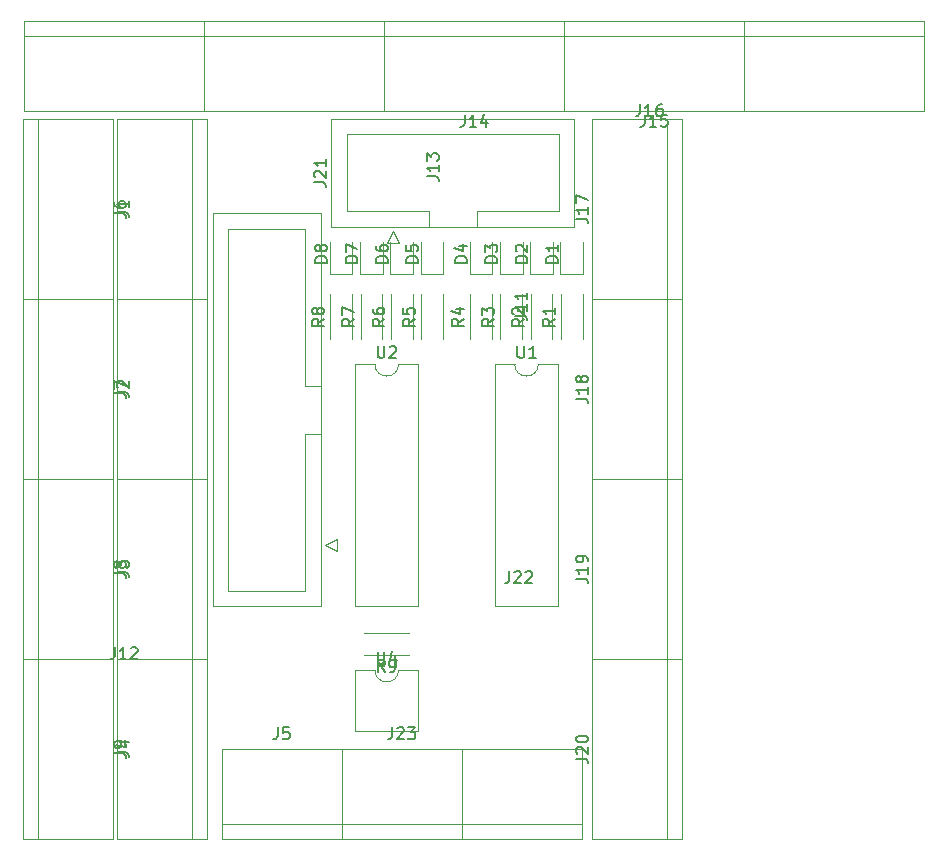
<source format=gbr>
%TF.GenerationSoftware,KiCad,Pcbnew,7.0.6-0*%
%TF.CreationDate,2023-07-29T14:48:15+08:00*%
%TF.ProjectId,Control Panel Motherboard,436f6e74-726f-46c2-9050-616e656c204d,0*%
%TF.SameCoordinates,Original*%
%TF.FileFunction,Legend,Top*%
%TF.FilePolarity,Positive*%
%FSLAX46Y46*%
G04 Gerber Fmt 4.6, Leading zero omitted, Abs format (unit mm)*
G04 Created by KiCad (PCBNEW 7.0.6-0) date 2023-07-29 14:48:15*
%MOMM*%
%LPD*%
G01*
G04 APERTURE LIST*
%ADD10C,0.150000*%
%ADD11C,0.120000*%
G04 APERTURE END LIST*
D10*
X31750095Y-54015819D02*
X31750095Y-54825342D01*
X31750095Y-54825342D02*
X31797714Y-54920580D01*
X31797714Y-54920580D02*
X31845333Y-54968200D01*
X31845333Y-54968200D02*
X31940571Y-55015819D01*
X31940571Y-55015819D02*
X32131047Y-55015819D01*
X32131047Y-55015819D02*
X32226285Y-54968200D01*
X32226285Y-54968200D02*
X32273904Y-54920580D01*
X32273904Y-54920580D02*
X32321523Y-54825342D01*
X32321523Y-54825342D02*
X32321523Y-54015819D01*
X33226285Y-54349152D02*
X33226285Y-55015819D01*
X32988190Y-53968200D02*
X32750095Y-54682485D01*
X32750095Y-54682485D02*
X33369142Y-54682485D01*
X32345333Y-55714819D02*
X32012000Y-55238628D01*
X31773905Y-55714819D02*
X31773905Y-54714819D01*
X31773905Y-54714819D02*
X32154857Y-54714819D01*
X32154857Y-54714819D02*
X32250095Y-54762438D01*
X32250095Y-54762438D02*
X32297714Y-54810057D01*
X32297714Y-54810057D02*
X32345333Y-54905295D01*
X32345333Y-54905295D02*
X32345333Y-55048152D01*
X32345333Y-55048152D02*
X32297714Y-55143390D01*
X32297714Y-55143390D02*
X32250095Y-55191009D01*
X32250095Y-55191009D02*
X32154857Y-55238628D01*
X32154857Y-55238628D02*
X31773905Y-55238628D01*
X32821524Y-55714819D02*
X33012000Y-55714819D01*
X33012000Y-55714819D02*
X33107238Y-55667200D01*
X33107238Y-55667200D02*
X33154857Y-55619580D01*
X33154857Y-55619580D02*
X33250095Y-55476723D01*
X33250095Y-55476723D02*
X33297714Y-55286247D01*
X33297714Y-55286247D02*
X33297714Y-54905295D01*
X33297714Y-54905295D02*
X33250095Y-54810057D01*
X33250095Y-54810057D02*
X33202476Y-54762438D01*
X33202476Y-54762438D02*
X33107238Y-54714819D01*
X33107238Y-54714819D02*
X32916762Y-54714819D01*
X32916762Y-54714819D02*
X32821524Y-54762438D01*
X32821524Y-54762438D02*
X32773905Y-54810057D01*
X32773905Y-54810057D02*
X32726286Y-54905295D01*
X32726286Y-54905295D02*
X32726286Y-55143390D01*
X32726286Y-55143390D02*
X32773905Y-55238628D01*
X32773905Y-55238628D02*
X32821524Y-55286247D01*
X32821524Y-55286247D02*
X32916762Y-55333866D01*
X32916762Y-55333866D02*
X33107238Y-55333866D01*
X33107238Y-55333866D02*
X33202476Y-55286247D01*
X33202476Y-55286247D02*
X33250095Y-55238628D01*
X33250095Y-55238628D02*
X33297714Y-55143390D01*
X32972476Y-60414819D02*
X32972476Y-61129104D01*
X32972476Y-61129104D02*
X32924857Y-61271961D01*
X32924857Y-61271961D02*
X32829619Y-61367200D01*
X32829619Y-61367200D02*
X32686762Y-61414819D01*
X32686762Y-61414819D02*
X32591524Y-61414819D01*
X33401048Y-60510057D02*
X33448667Y-60462438D01*
X33448667Y-60462438D02*
X33543905Y-60414819D01*
X33543905Y-60414819D02*
X33782000Y-60414819D01*
X33782000Y-60414819D02*
X33877238Y-60462438D01*
X33877238Y-60462438D02*
X33924857Y-60510057D01*
X33924857Y-60510057D02*
X33972476Y-60605295D01*
X33972476Y-60605295D02*
X33972476Y-60700533D01*
X33972476Y-60700533D02*
X33924857Y-60843390D01*
X33924857Y-60843390D02*
X33353429Y-61414819D01*
X33353429Y-61414819D02*
X33972476Y-61414819D01*
X34305810Y-60414819D02*
X34924857Y-60414819D01*
X34924857Y-60414819D02*
X34591524Y-60795771D01*
X34591524Y-60795771D02*
X34734381Y-60795771D01*
X34734381Y-60795771D02*
X34829619Y-60843390D01*
X34829619Y-60843390D02*
X34877238Y-60891009D01*
X34877238Y-60891009D02*
X34924857Y-60986247D01*
X34924857Y-60986247D02*
X34924857Y-61224342D01*
X34924857Y-61224342D02*
X34877238Y-61319580D01*
X34877238Y-61319580D02*
X34829619Y-61367200D01*
X34829619Y-61367200D02*
X34734381Y-61414819D01*
X34734381Y-61414819D02*
X34448667Y-61414819D01*
X34448667Y-61414819D02*
X34353429Y-61367200D01*
X34353429Y-61367200D02*
X34305810Y-61319580D01*
X23288666Y-60414819D02*
X23288666Y-61129104D01*
X23288666Y-61129104D02*
X23241047Y-61271961D01*
X23241047Y-61271961D02*
X23145809Y-61367200D01*
X23145809Y-61367200D02*
X23002952Y-61414819D01*
X23002952Y-61414819D02*
X22907714Y-61414819D01*
X24241047Y-60414819D02*
X23764857Y-60414819D01*
X23764857Y-60414819D02*
X23717238Y-60891009D01*
X23717238Y-60891009D02*
X23764857Y-60843390D01*
X23764857Y-60843390D02*
X23860095Y-60795771D01*
X23860095Y-60795771D02*
X24098190Y-60795771D01*
X24098190Y-60795771D02*
X24193428Y-60843390D01*
X24193428Y-60843390D02*
X24241047Y-60891009D01*
X24241047Y-60891009D02*
X24288666Y-60986247D01*
X24288666Y-60986247D02*
X24288666Y-61224342D01*
X24288666Y-61224342D02*
X24241047Y-61319580D01*
X24241047Y-61319580D02*
X24193428Y-61367200D01*
X24193428Y-61367200D02*
X24098190Y-61414819D01*
X24098190Y-61414819D02*
X23860095Y-61414819D01*
X23860095Y-61414819D02*
X23764857Y-61367200D01*
X23764857Y-61367200D02*
X23717238Y-61319580D01*
X53957476Y-7660819D02*
X53957476Y-8375104D01*
X53957476Y-8375104D02*
X53909857Y-8517961D01*
X53909857Y-8517961D02*
X53814619Y-8613200D01*
X53814619Y-8613200D02*
X53671762Y-8660819D01*
X53671762Y-8660819D02*
X53576524Y-8660819D01*
X54957476Y-8660819D02*
X54386048Y-8660819D01*
X54671762Y-8660819D02*
X54671762Y-7660819D01*
X54671762Y-7660819D02*
X54576524Y-7803676D01*
X54576524Y-7803676D02*
X54481286Y-7898914D01*
X54481286Y-7898914D02*
X54386048Y-7946533D01*
X55814619Y-7660819D02*
X55624143Y-7660819D01*
X55624143Y-7660819D02*
X55528905Y-7708438D01*
X55528905Y-7708438D02*
X55481286Y-7756057D01*
X55481286Y-7756057D02*
X55386048Y-7898914D01*
X55386048Y-7898914D02*
X55338429Y-8089390D01*
X55338429Y-8089390D02*
X55338429Y-8470342D01*
X55338429Y-8470342D02*
X55386048Y-8565580D01*
X55386048Y-8565580D02*
X55433667Y-8613200D01*
X55433667Y-8613200D02*
X55528905Y-8660819D01*
X55528905Y-8660819D02*
X55719381Y-8660819D01*
X55719381Y-8660819D02*
X55814619Y-8613200D01*
X55814619Y-8613200D02*
X55862238Y-8565580D01*
X55862238Y-8565580D02*
X55909857Y-8470342D01*
X55909857Y-8470342D02*
X55909857Y-8232247D01*
X55909857Y-8232247D02*
X55862238Y-8137009D01*
X55862238Y-8137009D02*
X55814619Y-8089390D01*
X55814619Y-8089390D02*
X55719381Y-8041771D01*
X55719381Y-8041771D02*
X55528905Y-8041771D01*
X55528905Y-8041771D02*
X55433667Y-8089390D01*
X55433667Y-8089390D02*
X55386048Y-8137009D01*
X55386048Y-8137009D02*
X55338429Y-8232247D01*
X27456819Y-21058094D02*
X26456819Y-21058094D01*
X26456819Y-21058094D02*
X26456819Y-20819999D01*
X26456819Y-20819999D02*
X26504438Y-20677142D01*
X26504438Y-20677142D02*
X26599676Y-20581904D01*
X26599676Y-20581904D02*
X26694914Y-20534285D01*
X26694914Y-20534285D02*
X26885390Y-20486666D01*
X26885390Y-20486666D02*
X27028247Y-20486666D01*
X27028247Y-20486666D02*
X27218723Y-20534285D01*
X27218723Y-20534285D02*
X27313961Y-20581904D01*
X27313961Y-20581904D02*
X27409200Y-20677142D01*
X27409200Y-20677142D02*
X27456819Y-20819999D01*
X27456819Y-20819999D02*
X27456819Y-21058094D01*
X26885390Y-19915237D02*
X26837771Y-20010475D01*
X26837771Y-20010475D02*
X26790152Y-20058094D01*
X26790152Y-20058094D02*
X26694914Y-20105713D01*
X26694914Y-20105713D02*
X26647295Y-20105713D01*
X26647295Y-20105713D02*
X26552057Y-20058094D01*
X26552057Y-20058094D02*
X26504438Y-20010475D01*
X26504438Y-20010475D02*
X26456819Y-19915237D01*
X26456819Y-19915237D02*
X26456819Y-19724761D01*
X26456819Y-19724761D02*
X26504438Y-19629523D01*
X26504438Y-19629523D02*
X26552057Y-19581904D01*
X26552057Y-19581904D02*
X26647295Y-19534285D01*
X26647295Y-19534285D02*
X26694914Y-19534285D01*
X26694914Y-19534285D02*
X26790152Y-19581904D01*
X26790152Y-19581904D02*
X26837771Y-19629523D01*
X26837771Y-19629523D02*
X26885390Y-19724761D01*
X26885390Y-19724761D02*
X26885390Y-19915237D01*
X26885390Y-19915237D02*
X26933009Y-20010475D01*
X26933009Y-20010475D02*
X26980628Y-20058094D01*
X26980628Y-20058094D02*
X27075866Y-20105713D01*
X27075866Y-20105713D02*
X27266342Y-20105713D01*
X27266342Y-20105713D02*
X27361580Y-20058094D01*
X27361580Y-20058094D02*
X27409200Y-20010475D01*
X27409200Y-20010475D02*
X27456819Y-19915237D01*
X27456819Y-19915237D02*
X27456819Y-19724761D01*
X27456819Y-19724761D02*
X27409200Y-19629523D01*
X27409200Y-19629523D02*
X27361580Y-19581904D01*
X27361580Y-19581904D02*
X27266342Y-19534285D01*
X27266342Y-19534285D02*
X27075866Y-19534285D01*
X27075866Y-19534285D02*
X26980628Y-19581904D01*
X26980628Y-19581904D02*
X26933009Y-19629523D01*
X26933009Y-19629523D02*
X26885390Y-19724761D01*
X27186819Y-25820666D02*
X26710628Y-26153999D01*
X27186819Y-26392094D02*
X26186819Y-26392094D01*
X26186819Y-26392094D02*
X26186819Y-26011142D01*
X26186819Y-26011142D02*
X26234438Y-25915904D01*
X26234438Y-25915904D02*
X26282057Y-25868285D01*
X26282057Y-25868285D02*
X26377295Y-25820666D01*
X26377295Y-25820666D02*
X26520152Y-25820666D01*
X26520152Y-25820666D02*
X26615390Y-25868285D01*
X26615390Y-25868285D02*
X26663009Y-25915904D01*
X26663009Y-25915904D02*
X26710628Y-26011142D01*
X26710628Y-26011142D02*
X26710628Y-26392094D01*
X26615390Y-25249237D02*
X26567771Y-25344475D01*
X26567771Y-25344475D02*
X26520152Y-25392094D01*
X26520152Y-25392094D02*
X26424914Y-25439713D01*
X26424914Y-25439713D02*
X26377295Y-25439713D01*
X26377295Y-25439713D02*
X26282057Y-25392094D01*
X26282057Y-25392094D02*
X26234438Y-25344475D01*
X26234438Y-25344475D02*
X26186819Y-25249237D01*
X26186819Y-25249237D02*
X26186819Y-25058761D01*
X26186819Y-25058761D02*
X26234438Y-24963523D01*
X26234438Y-24963523D02*
X26282057Y-24915904D01*
X26282057Y-24915904D02*
X26377295Y-24868285D01*
X26377295Y-24868285D02*
X26424914Y-24868285D01*
X26424914Y-24868285D02*
X26520152Y-24915904D01*
X26520152Y-24915904D02*
X26567771Y-24963523D01*
X26567771Y-24963523D02*
X26615390Y-25058761D01*
X26615390Y-25058761D02*
X26615390Y-25249237D01*
X26615390Y-25249237D02*
X26663009Y-25344475D01*
X26663009Y-25344475D02*
X26710628Y-25392094D01*
X26710628Y-25392094D02*
X26805866Y-25439713D01*
X26805866Y-25439713D02*
X26996342Y-25439713D01*
X26996342Y-25439713D02*
X27091580Y-25392094D01*
X27091580Y-25392094D02*
X27139200Y-25344475D01*
X27139200Y-25344475D02*
X27186819Y-25249237D01*
X27186819Y-25249237D02*
X27186819Y-25058761D01*
X27186819Y-25058761D02*
X27139200Y-24963523D01*
X27139200Y-24963523D02*
X27091580Y-24915904D01*
X27091580Y-24915904D02*
X26996342Y-24868285D01*
X26996342Y-24868285D02*
X26805866Y-24868285D01*
X26805866Y-24868285D02*
X26710628Y-24915904D01*
X26710628Y-24915904D02*
X26663009Y-24963523D01*
X26663009Y-24963523D02*
X26615390Y-25058761D01*
X26374819Y-14271523D02*
X27089104Y-14271523D01*
X27089104Y-14271523D02*
X27231961Y-14319142D01*
X27231961Y-14319142D02*
X27327200Y-14414380D01*
X27327200Y-14414380D02*
X27374819Y-14557237D01*
X27374819Y-14557237D02*
X27374819Y-14652475D01*
X26470057Y-13842951D02*
X26422438Y-13795332D01*
X26422438Y-13795332D02*
X26374819Y-13700094D01*
X26374819Y-13700094D02*
X26374819Y-13461999D01*
X26374819Y-13461999D02*
X26422438Y-13366761D01*
X26422438Y-13366761D02*
X26470057Y-13319142D01*
X26470057Y-13319142D02*
X26565295Y-13271523D01*
X26565295Y-13271523D02*
X26660533Y-13271523D01*
X26660533Y-13271523D02*
X26803390Y-13319142D01*
X26803390Y-13319142D02*
X27374819Y-13890570D01*
X27374819Y-13890570D02*
X27374819Y-13271523D01*
X27374819Y-12319142D02*
X27374819Y-12890570D01*
X27374819Y-12604856D02*
X26374819Y-12604856D01*
X26374819Y-12604856D02*
X26517676Y-12700094D01*
X26517676Y-12700094D02*
X26612914Y-12795332D01*
X26612914Y-12795332D02*
X26660533Y-12890570D01*
X35156819Y-21058094D02*
X34156819Y-21058094D01*
X34156819Y-21058094D02*
X34156819Y-20819999D01*
X34156819Y-20819999D02*
X34204438Y-20677142D01*
X34204438Y-20677142D02*
X34299676Y-20581904D01*
X34299676Y-20581904D02*
X34394914Y-20534285D01*
X34394914Y-20534285D02*
X34585390Y-20486666D01*
X34585390Y-20486666D02*
X34728247Y-20486666D01*
X34728247Y-20486666D02*
X34918723Y-20534285D01*
X34918723Y-20534285D02*
X35013961Y-20581904D01*
X35013961Y-20581904D02*
X35109200Y-20677142D01*
X35109200Y-20677142D02*
X35156819Y-20819999D01*
X35156819Y-20819999D02*
X35156819Y-21058094D01*
X34156819Y-19581904D02*
X34156819Y-20058094D01*
X34156819Y-20058094D02*
X34633009Y-20105713D01*
X34633009Y-20105713D02*
X34585390Y-20058094D01*
X34585390Y-20058094D02*
X34537771Y-19962856D01*
X34537771Y-19962856D02*
X34537771Y-19724761D01*
X34537771Y-19724761D02*
X34585390Y-19629523D01*
X34585390Y-19629523D02*
X34633009Y-19581904D01*
X34633009Y-19581904D02*
X34728247Y-19534285D01*
X34728247Y-19534285D02*
X34966342Y-19534285D01*
X34966342Y-19534285D02*
X35061580Y-19581904D01*
X35061580Y-19581904D02*
X35109200Y-19629523D01*
X35109200Y-19629523D02*
X35156819Y-19724761D01*
X35156819Y-19724761D02*
X35156819Y-19962856D01*
X35156819Y-19962856D02*
X35109200Y-20058094D01*
X35109200Y-20058094D02*
X35061580Y-20105713D01*
X39288819Y-21058094D02*
X38288819Y-21058094D01*
X38288819Y-21058094D02*
X38288819Y-20819999D01*
X38288819Y-20819999D02*
X38336438Y-20677142D01*
X38336438Y-20677142D02*
X38431676Y-20581904D01*
X38431676Y-20581904D02*
X38526914Y-20534285D01*
X38526914Y-20534285D02*
X38717390Y-20486666D01*
X38717390Y-20486666D02*
X38860247Y-20486666D01*
X38860247Y-20486666D02*
X39050723Y-20534285D01*
X39050723Y-20534285D02*
X39145961Y-20581904D01*
X39145961Y-20581904D02*
X39241200Y-20677142D01*
X39241200Y-20677142D02*
X39288819Y-20819999D01*
X39288819Y-20819999D02*
X39288819Y-21058094D01*
X38622152Y-19629523D02*
X39288819Y-19629523D01*
X38241200Y-19867618D02*
X38955485Y-20105713D01*
X38955485Y-20105713D02*
X38955485Y-19486666D01*
X9653677Y-32052567D02*
X10367962Y-32052567D01*
X10367962Y-32052567D02*
X10510819Y-32100186D01*
X10510819Y-32100186D02*
X10606058Y-32195424D01*
X10606058Y-32195424D02*
X10653677Y-32338281D01*
X10653677Y-32338281D02*
X10653677Y-32433519D01*
X9748915Y-31623995D02*
X9701296Y-31576376D01*
X9701296Y-31576376D02*
X9653677Y-31481138D01*
X9653677Y-31481138D02*
X9653677Y-31243043D01*
X9653677Y-31243043D02*
X9701296Y-31147805D01*
X9701296Y-31147805D02*
X9748915Y-31100186D01*
X9748915Y-31100186D02*
X9844153Y-31052567D01*
X9844153Y-31052567D02*
X9939391Y-31052567D01*
X9939391Y-31052567D02*
X10082248Y-31100186D01*
X10082248Y-31100186D02*
X10653677Y-31671614D01*
X10653677Y-31671614D02*
X10653677Y-31052567D01*
X9409819Y-47353333D02*
X10124104Y-47353333D01*
X10124104Y-47353333D02*
X10266961Y-47400952D01*
X10266961Y-47400952D02*
X10362200Y-47496190D01*
X10362200Y-47496190D02*
X10409819Y-47639047D01*
X10409819Y-47639047D02*
X10409819Y-47734285D01*
X9838390Y-46734285D02*
X9790771Y-46829523D01*
X9790771Y-46829523D02*
X9743152Y-46877142D01*
X9743152Y-46877142D02*
X9647914Y-46924761D01*
X9647914Y-46924761D02*
X9600295Y-46924761D01*
X9600295Y-46924761D02*
X9505057Y-46877142D01*
X9505057Y-46877142D02*
X9457438Y-46829523D01*
X9457438Y-46829523D02*
X9409819Y-46734285D01*
X9409819Y-46734285D02*
X9409819Y-46543809D01*
X9409819Y-46543809D02*
X9457438Y-46448571D01*
X9457438Y-46448571D02*
X9505057Y-46400952D01*
X9505057Y-46400952D02*
X9600295Y-46353333D01*
X9600295Y-46353333D02*
X9647914Y-46353333D01*
X9647914Y-46353333D02*
X9743152Y-46400952D01*
X9743152Y-46400952D02*
X9790771Y-46448571D01*
X9790771Y-46448571D02*
X9838390Y-46543809D01*
X9838390Y-46543809D02*
X9838390Y-46734285D01*
X9838390Y-46734285D02*
X9886009Y-46829523D01*
X9886009Y-46829523D02*
X9933628Y-46877142D01*
X9933628Y-46877142D02*
X10028866Y-46924761D01*
X10028866Y-46924761D02*
X10219342Y-46924761D01*
X10219342Y-46924761D02*
X10314580Y-46877142D01*
X10314580Y-46877142D02*
X10362200Y-46829523D01*
X10362200Y-46829523D02*
X10409819Y-46734285D01*
X10409819Y-46734285D02*
X10409819Y-46543809D01*
X10409819Y-46543809D02*
X10362200Y-46448571D01*
X10362200Y-46448571D02*
X10314580Y-46400952D01*
X10314580Y-46400952D02*
X10219342Y-46353333D01*
X10219342Y-46353333D02*
X10028866Y-46353333D01*
X10028866Y-46353333D02*
X9933628Y-46400952D01*
X9933628Y-46400952D02*
X9886009Y-46448571D01*
X9886009Y-46448571D02*
X9838390Y-46543809D01*
X44152151Y-25820666D02*
X43675960Y-26153999D01*
X44152151Y-26392094D02*
X43152151Y-26392094D01*
X43152151Y-26392094D02*
X43152151Y-26011142D01*
X43152151Y-26011142D02*
X43199770Y-25915904D01*
X43199770Y-25915904D02*
X43247389Y-25868285D01*
X43247389Y-25868285D02*
X43342627Y-25820666D01*
X43342627Y-25820666D02*
X43485484Y-25820666D01*
X43485484Y-25820666D02*
X43580722Y-25868285D01*
X43580722Y-25868285D02*
X43628341Y-25915904D01*
X43628341Y-25915904D02*
X43675960Y-26011142D01*
X43675960Y-26011142D02*
X43675960Y-26392094D01*
X43247389Y-25439713D02*
X43199770Y-25392094D01*
X43199770Y-25392094D02*
X43152151Y-25296856D01*
X43152151Y-25296856D02*
X43152151Y-25058761D01*
X43152151Y-25058761D02*
X43199770Y-24963523D01*
X43199770Y-24963523D02*
X43247389Y-24915904D01*
X43247389Y-24915904D02*
X43342627Y-24868285D01*
X43342627Y-24868285D02*
X43437865Y-24868285D01*
X43437865Y-24868285D02*
X43580722Y-24915904D01*
X43580722Y-24915904D02*
X44152151Y-25487332D01*
X44152151Y-25487332D02*
X44152151Y-24868285D01*
X46988819Y-21058094D02*
X45988819Y-21058094D01*
X45988819Y-21058094D02*
X45988819Y-20819999D01*
X45988819Y-20819999D02*
X46036438Y-20677142D01*
X46036438Y-20677142D02*
X46131676Y-20581904D01*
X46131676Y-20581904D02*
X46226914Y-20534285D01*
X46226914Y-20534285D02*
X46417390Y-20486666D01*
X46417390Y-20486666D02*
X46560247Y-20486666D01*
X46560247Y-20486666D02*
X46750723Y-20534285D01*
X46750723Y-20534285D02*
X46845961Y-20581904D01*
X46845961Y-20581904D02*
X46941200Y-20677142D01*
X46941200Y-20677142D02*
X46988819Y-20819999D01*
X46988819Y-20819999D02*
X46988819Y-21058094D01*
X46988819Y-19534285D02*
X46988819Y-20105713D01*
X46988819Y-19819999D02*
X45988819Y-19819999D01*
X45988819Y-19819999D02*
X46131676Y-19915237D01*
X46131676Y-19915237D02*
X46226914Y-20010475D01*
X46226914Y-20010475D02*
X46274533Y-20105713D01*
X43582095Y-28127819D02*
X43582095Y-28937342D01*
X43582095Y-28937342D02*
X43629714Y-29032580D01*
X43629714Y-29032580D02*
X43677333Y-29080200D01*
X43677333Y-29080200D02*
X43772571Y-29127819D01*
X43772571Y-29127819D02*
X43963047Y-29127819D01*
X43963047Y-29127819D02*
X44058285Y-29080200D01*
X44058285Y-29080200D02*
X44105904Y-29032580D01*
X44105904Y-29032580D02*
X44153523Y-28937342D01*
X44153523Y-28937342D02*
X44153523Y-28127819D01*
X45153523Y-29127819D02*
X44582095Y-29127819D01*
X44867809Y-29127819D02*
X44867809Y-28127819D01*
X44867809Y-28127819D02*
X44772571Y-28270676D01*
X44772571Y-28270676D02*
X44677333Y-28365914D01*
X44677333Y-28365914D02*
X44582095Y-28413533D01*
X44422151Y-21058094D02*
X43422151Y-21058094D01*
X43422151Y-21058094D02*
X43422151Y-20819999D01*
X43422151Y-20819999D02*
X43469770Y-20677142D01*
X43469770Y-20677142D02*
X43565008Y-20581904D01*
X43565008Y-20581904D02*
X43660246Y-20534285D01*
X43660246Y-20534285D02*
X43850722Y-20486666D01*
X43850722Y-20486666D02*
X43993579Y-20486666D01*
X43993579Y-20486666D02*
X44184055Y-20534285D01*
X44184055Y-20534285D02*
X44279293Y-20581904D01*
X44279293Y-20581904D02*
X44374532Y-20677142D01*
X44374532Y-20677142D02*
X44422151Y-20819999D01*
X44422151Y-20819999D02*
X44422151Y-21058094D01*
X43517389Y-20105713D02*
X43469770Y-20058094D01*
X43469770Y-20058094D02*
X43422151Y-19962856D01*
X43422151Y-19962856D02*
X43422151Y-19724761D01*
X43422151Y-19724761D02*
X43469770Y-19629523D01*
X43469770Y-19629523D02*
X43517389Y-19581904D01*
X43517389Y-19581904D02*
X43612627Y-19534285D01*
X43612627Y-19534285D02*
X43707865Y-19534285D01*
X43707865Y-19534285D02*
X43850722Y-19581904D01*
X43850722Y-19581904D02*
X44422151Y-20153332D01*
X44422151Y-20153332D02*
X44422151Y-19534285D01*
X43347819Y-25554023D02*
X44062104Y-25554023D01*
X44062104Y-25554023D02*
X44204961Y-25601642D01*
X44204961Y-25601642D02*
X44300200Y-25696880D01*
X44300200Y-25696880D02*
X44347819Y-25839737D01*
X44347819Y-25839737D02*
X44347819Y-25934975D01*
X44347819Y-24554023D02*
X44347819Y-25125451D01*
X44347819Y-24839737D02*
X43347819Y-24839737D01*
X43347819Y-24839737D02*
X43490676Y-24934975D01*
X43490676Y-24934975D02*
X43585914Y-25030213D01*
X43585914Y-25030213D02*
X43633533Y-25125451D01*
X44347819Y-23601642D02*
X44347819Y-24173070D01*
X44347819Y-23887356D02*
X43347819Y-23887356D01*
X43347819Y-23887356D02*
X43490676Y-23982594D01*
X43490676Y-23982594D02*
X43585914Y-24077832D01*
X43585914Y-24077832D02*
X43633533Y-24173070D01*
X9409819Y-62593333D02*
X10124104Y-62593333D01*
X10124104Y-62593333D02*
X10266961Y-62640952D01*
X10266961Y-62640952D02*
X10362200Y-62736190D01*
X10362200Y-62736190D02*
X10409819Y-62879047D01*
X10409819Y-62879047D02*
X10409819Y-62974285D01*
X10409819Y-62069523D02*
X10409819Y-61879047D01*
X10409819Y-61879047D02*
X10362200Y-61783809D01*
X10362200Y-61783809D02*
X10314580Y-61736190D01*
X10314580Y-61736190D02*
X10171723Y-61640952D01*
X10171723Y-61640952D02*
X9981247Y-61593333D01*
X9981247Y-61593333D02*
X9600295Y-61593333D01*
X9600295Y-61593333D02*
X9505057Y-61640952D01*
X9505057Y-61640952D02*
X9457438Y-61688571D01*
X9457438Y-61688571D02*
X9409819Y-61783809D01*
X9409819Y-61783809D02*
X9409819Y-61974285D01*
X9409819Y-61974285D02*
X9457438Y-62069523D01*
X9457438Y-62069523D02*
X9505057Y-62117142D01*
X9505057Y-62117142D02*
X9600295Y-62164761D01*
X9600295Y-62164761D02*
X9838390Y-62164761D01*
X9838390Y-62164761D02*
X9933628Y-62117142D01*
X9933628Y-62117142D02*
X9981247Y-62069523D01*
X9981247Y-62069523D02*
X10028866Y-61974285D01*
X10028866Y-61974285D02*
X10028866Y-61783809D01*
X10028866Y-61783809D02*
X9981247Y-61688571D01*
X9981247Y-61688571D02*
X9933628Y-61640952D01*
X9933628Y-61640952D02*
X9838390Y-61593333D01*
X9409819Y-32113333D02*
X10124104Y-32113333D01*
X10124104Y-32113333D02*
X10266961Y-32160952D01*
X10266961Y-32160952D02*
X10362200Y-32256190D01*
X10362200Y-32256190D02*
X10409819Y-32399047D01*
X10409819Y-32399047D02*
X10409819Y-32494285D01*
X9409819Y-31732380D02*
X9409819Y-31065714D01*
X9409819Y-31065714D02*
X10409819Y-31494285D01*
X9653677Y-16812567D02*
X10367962Y-16812567D01*
X10367962Y-16812567D02*
X10510819Y-16860186D01*
X10510819Y-16860186D02*
X10606058Y-16955424D01*
X10606058Y-16955424D02*
X10653677Y-17098281D01*
X10653677Y-17098281D02*
X10653677Y-17193519D01*
X10653677Y-15812567D02*
X10653677Y-16383995D01*
X10653677Y-16098281D02*
X9653677Y-16098281D01*
X9653677Y-16098281D02*
X9796534Y-16193519D01*
X9796534Y-16193519D02*
X9891772Y-16288757D01*
X9891772Y-16288757D02*
X9939391Y-16383995D01*
X9653677Y-62532567D02*
X10367962Y-62532567D01*
X10367962Y-62532567D02*
X10510819Y-62580186D01*
X10510819Y-62580186D02*
X10606058Y-62675424D01*
X10606058Y-62675424D02*
X10653677Y-62818281D01*
X10653677Y-62818281D02*
X10653677Y-62913519D01*
X9987010Y-61627805D02*
X10653677Y-61627805D01*
X9606058Y-61865900D02*
X10320343Y-62103995D01*
X10320343Y-62103995D02*
X10320343Y-61484948D01*
X39018819Y-25820666D02*
X38542628Y-26153999D01*
X39018819Y-26392094D02*
X38018819Y-26392094D01*
X38018819Y-26392094D02*
X38018819Y-26011142D01*
X38018819Y-26011142D02*
X38066438Y-25915904D01*
X38066438Y-25915904D02*
X38114057Y-25868285D01*
X38114057Y-25868285D02*
X38209295Y-25820666D01*
X38209295Y-25820666D02*
X38352152Y-25820666D01*
X38352152Y-25820666D02*
X38447390Y-25868285D01*
X38447390Y-25868285D02*
X38495009Y-25915904D01*
X38495009Y-25915904D02*
X38542628Y-26011142D01*
X38542628Y-26011142D02*
X38542628Y-26392094D01*
X38352152Y-24963523D02*
X39018819Y-24963523D01*
X37971200Y-25201618D02*
X38685485Y-25439713D01*
X38685485Y-25439713D02*
X38685485Y-24820666D01*
X9468334Y-53634053D02*
X9468334Y-54348338D01*
X9468334Y-54348338D02*
X9420715Y-54491195D01*
X9420715Y-54491195D02*
X9325477Y-54586434D01*
X9325477Y-54586434D02*
X9182620Y-54634053D01*
X9182620Y-54634053D02*
X9087382Y-54634053D01*
X10468334Y-54634053D02*
X9896906Y-54634053D01*
X10182620Y-54634053D02*
X10182620Y-53634053D01*
X10182620Y-53634053D02*
X10087382Y-53776910D01*
X10087382Y-53776910D02*
X9992144Y-53872148D01*
X9992144Y-53872148D02*
X9896906Y-53919767D01*
X10849287Y-53729291D02*
X10896906Y-53681672D01*
X10896906Y-53681672D02*
X10992144Y-53634053D01*
X10992144Y-53634053D02*
X11230239Y-53634053D01*
X11230239Y-53634053D02*
X11325477Y-53681672D01*
X11325477Y-53681672D02*
X11373096Y-53729291D01*
X11373096Y-53729291D02*
X11420715Y-53824529D01*
X11420715Y-53824529D02*
X11420715Y-53919767D01*
X11420715Y-53919767D02*
X11373096Y-54062624D01*
X11373096Y-54062624D02*
X10801668Y-54634053D01*
X10801668Y-54634053D02*
X11420715Y-54634053D01*
X54338476Y-8549819D02*
X54338476Y-9264104D01*
X54338476Y-9264104D02*
X54290857Y-9406961D01*
X54290857Y-9406961D02*
X54195619Y-9502200D01*
X54195619Y-9502200D02*
X54052762Y-9549819D01*
X54052762Y-9549819D02*
X53957524Y-9549819D01*
X55338476Y-9549819D02*
X54767048Y-9549819D01*
X55052762Y-9549819D02*
X55052762Y-8549819D01*
X55052762Y-8549819D02*
X54957524Y-8692676D01*
X54957524Y-8692676D02*
X54862286Y-8787914D01*
X54862286Y-8787914D02*
X54767048Y-8835533D01*
X56243238Y-8549819D02*
X55767048Y-8549819D01*
X55767048Y-8549819D02*
X55719429Y-9026009D01*
X55719429Y-9026009D02*
X55767048Y-8978390D01*
X55767048Y-8978390D02*
X55862286Y-8930771D01*
X55862286Y-8930771D02*
X56100381Y-8930771D01*
X56100381Y-8930771D02*
X56195619Y-8978390D01*
X56195619Y-8978390D02*
X56243238Y-9026009D01*
X56243238Y-9026009D02*
X56290857Y-9121247D01*
X56290857Y-9121247D02*
X56290857Y-9359342D01*
X56290857Y-9359342D02*
X56243238Y-9454580D01*
X56243238Y-9454580D02*
X56195619Y-9502200D01*
X56195619Y-9502200D02*
X56100381Y-9549819D01*
X56100381Y-9549819D02*
X55862286Y-9549819D01*
X55862286Y-9549819D02*
X55767048Y-9502200D01*
X55767048Y-9502200D02*
X55719429Y-9454580D01*
X32320151Y-25820666D02*
X31843960Y-26153999D01*
X32320151Y-26392094D02*
X31320151Y-26392094D01*
X31320151Y-26392094D02*
X31320151Y-26011142D01*
X31320151Y-26011142D02*
X31367770Y-25915904D01*
X31367770Y-25915904D02*
X31415389Y-25868285D01*
X31415389Y-25868285D02*
X31510627Y-25820666D01*
X31510627Y-25820666D02*
X31653484Y-25820666D01*
X31653484Y-25820666D02*
X31748722Y-25868285D01*
X31748722Y-25868285D02*
X31796341Y-25915904D01*
X31796341Y-25915904D02*
X31843960Y-26011142D01*
X31843960Y-26011142D02*
X31843960Y-26392094D01*
X31320151Y-24963523D02*
X31320151Y-25153999D01*
X31320151Y-25153999D02*
X31367770Y-25249237D01*
X31367770Y-25249237D02*
X31415389Y-25296856D01*
X31415389Y-25296856D02*
X31558246Y-25392094D01*
X31558246Y-25392094D02*
X31748722Y-25439713D01*
X31748722Y-25439713D02*
X32129674Y-25439713D01*
X32129674Y-25439713D02*
X32224912Y-25392094D01*
X32224912Y-25392094D02*
X32272532Y-25344475D01*
X32272532Y-25344475D02*
X32320151Y-25249237D01*
X32320151Y-25249237D02*
X32320151Y-25058761D01*
X32320151Y-25058761D02*
X32272532Y-24963523D01*
X32272532Y-24963523D02*
X32224912Y-24915904D01*
X32224912Y-24915904D02*
X32129674Y-24868285D01*
X32129674Y-24868285D02*
X31891579Y-24868285D01*
X31891579Y-24868285D02*
X31796341Y-24915904D01*
X31796341Y-24915904D02*
X31748722Y-24963523D01*
X31748722Y-24963523D02*
X31701103Y-25058761D01*
X31701103Y-25058761D02*
X31701103Y-25249237D01*
X31701103Y-25249237D02*
X31748722Y-25344475D01*
X31748722Y-25344475D02*
X31796341Y-25392094D01*
X31796341Y-25392094D02*
X31891579Y-25439713D01*
X48536819Y-17349523D02*
X49251104Y-17349523D01*
X49251104Y-17349523D02*
X49393961Y-17397142D01*
X49393961Y-17397142D02*
X49489200Y-17492380D01*
X49489200Y-17492380D02*
X49536819Y-17635237D01*
X49536819Y-17635237D02*
X49536819Y-17730475D01*
X49536819Y-16349523D02*
X49536819Y-16920951D01*
X49536819Y-16635237D02*
X48536819Y-16635237D01*
X48536819Y-16635237D02*
X48679676Y-16730475D01*
X48679676Y-16730475D02*
X48774914Y-16825713D01*
X48774914Y-16825713D02*
X48822533Y-16920951D01*
X48536819Y-16016189D02*
X48536819Y-15349523D01*
X48536819Y-15349523D02*
X49536819Y-15778094D01*
X42878476Y-47206819D02*
X42878476Y-47921104D01*
X42878476Y-47921104D02*
X42830857Y-48063961D01*
X42830857Y-48063961D02*
X42735619Y-48159200D01*
X42735619Y-48159200D02*
X42592762Y-48206819D01*
X42592762Y-48206819D02*
X42497524Y-48206819D01*
X43307048Y-47302057D02*
X43354667Y-47254438D01*
X43354667Y-47254438D02*
X43449905Y-47206819D01*
X43449905Y-47206819D02*
X43688000Y-47206819D01*
X43688000Y-47206819D02*
X43783238Y-47254438D01*
X43783238Y-47254438D02*
X43830857Y-47302057D01*
X43830857Y-47302057D02*
X43878476Y-47397295D01*
X43878476Y-47397295D02*
X43878476Y-47492533D01*
X43878476Y-47492533D02*
X43830857Y-47635390D01*
X43830857Y-47635390D02*
X43259429Y-48206819D01*
X43259429Y-48206819D02*
X43878476Y-48206819D01*
X44259429Y-47302057D02*
X44307048Y-47254438D01*
X44307048Y-47254438D02*
X44402286Y-47206819D01*
X44402286Y-47206819D02*
X44640381Y-47206819D01*
X44640381Y-47206819D02*
X44735619Y-47254438D01*
X44735619Y-47254438D02*
X44783238Y-47302057D01*
X44783238Y-47302057D02*
X44830857Y-47397295D01*
X44830857Y-47397295D02*
X44830857Y-47492533D01*
X44830857Y-47492533D02*
X44783238Y-47635390D01*
X44783238Y-47635390D02*
X44211810Y-48206819D01*
X44211810Y-48206819D02*
X44830857Y-48206819D01*
X35903819Y-13763523D02*
X36618104Y-13763523D01*
X36618104Y-13763523D02*
X36760961Y-13811142D01*
X36760961Y-13811142D02*
X36856200Y-13906380D01*
X36856200Y-13906380D02*
X36903819Y-14049237D01*
X36903819Y-14049237D02*
X36903819Y-14144475D01*
X36903819Y-12763523D02*
X36903819Y-13334951D01*
X36903819Y-13049237D02*
X35903819Y-13049237D01*
X35903819Y-13049237D02*
X36046676Y-13144475D01*
X36046676Y-13144475D02*
X36141914Y-13239713D01*
X36141914Y-13239713D02*
X36189533Y-13334951D01*
X35903819Y-12430189D02*
X35903819Y-11811142D01*
X35903819Y-11811142D02*
X36284771Y-12144475D01*
X36284771Y-12144475D02*
X36284771Y-12001618D01*
X36284771Y-12001618D02*
X36332390Y-11906380D01*
X36332390Y-11906380D02*
X36380009Y-11858761D01*
X36380009Y-11858761D02*
X36475247Y-11811142D01*
X36475247Y-11811142D02*
X36713342Y-11811142D01*
X36713342Y-11811142D02*
X36808580Y-11858761D01*
X36808580Y-11858761D02*
X36856200Y-11906380D01*
X36856200Y-11906380D02*
X36903819Y-12001618D01*
X36903819Y-12001618D02*
X36903819Y-12287332D01*
X36903819Y-12287332D02*
X36856200Y-12382570D01*
X36856200Y-12382570D02*
X36808580Y-12430189D01*
X34886819Y-25820666D02*
X34410628Y-26153999D01*
X34886819Y-26392094D02*
X33886819Y-26392094D01*
X33886819Y-26392094D02*
X33886819Y-26011142D01*
X33886819Y-26011142D02*
X33934438Y-25915904D01*
X33934438Y-25915904D02*
X33982057Y-25868285D01*
X33982057Y-25868285D02*
X34077295Y-25820666D01*
X34077295Y-25820666D02*
X34220152Y-25820666D01*
X34220152Y-25820666D02*
X34315390Y-25868285D01*
X34315390Y-25868285D02*
X34363009Y-25915904D01*
X34363009Y-25915904D02*
X34410628Y-26011142D01*
X34410628Y-26011142D02*
X34410628Y-26392094D01*
X33886819Y-24915904D02*
X33886819Y-25392094D01*
X33886819Y-25392094D02*
X34363009Y-25439713D01*
X34363009Y-25439713D02*
X34315390Y-25392094D01*
X34315390Y-25392094D02*
X34267771Y-25296856D01*
X34267771Y-25296856D02*
X34267771Y-25058761D01*
X34267771Y-25058761D02*
X34315390Y-24963523D01*
X34315390Y-24963523D02*
X34363009Y-24915904D01*
X34363009Y-24915904D02*
X34458247Y-24868285D01*
X34458247Y-24868285D02*
X34696342Y-24868285D01*
X34696342Y-24868285D02*
X34791580Y-24915904D01*
X34791580Y-24915904D02*
X34839200Y-24963523D01*
X34839200Y-24963523D02*
X34886819Y-25058761D01*
X34886819Y-25058761D02*
X34886819Y-25296856D01*
X34886819Y-25296856D02*
X34839200Y-25392094D01*
X34839200Y-25392094D02*
X34791580Y-25439713D01*
X48536819Y-63069523D02*
X49251104Y-63069523D01*
X49251104Y-63069523D02*
X49393961Y-63117142D01*
X49393961Y-63117142D02*
X49489200Y-63212380D01*
X49489200Y-63212380D02*
X49536819Y-63355237D01*
X49536819Y-63355237D02*
X49536819Y-63450475D01*
X48632057Y-62640951D02*
X48584438Y-62593332D01*
X48584438Y-62593332D02*
X48536819Y-62498094D01*
X48536819Y-62498094D02*
X48536819Y-62259999D01*
X48536819Y-62259999D02*
X48584438Y-62164761D01*
X48584438Y-62164761D02*
X48632057Y-62117142D01*
X48632057Y-62117142D02*
X48727295Y-62069523D01*
X48727295Y-62069523D02*
X48822533Y-62069523D01*
X48822533Y-62069523D02*
X48965390Y-62117142D01*
X48965390Y-62117142D02*
X49536819Y-62688570D01*
X49536819Y-62688570D02*
X49536819Y-62069523D01*
X48536819Y-61450475D02*
X48536819Y-61355237D01*
X48536819Y-61355237D02*
X48584438Y-61259999D01*
X48584438Y-61259999D02*
X48632057Y-61212380D01*
X48632057Y-61212380D02*
X48727295Y-61164761D01*
X48727295Y-61164761D02*
X48917771Y-61117142D01*
X48917771Y-61117142D02*
X49155866Y-61117142D01*
X49155866Y-61117142D02*
X49346342Y-61164761D01*
X49346342Y-61164761D02*
X49441580Y-61212380D01*
X49441580Y-61212380D02*
X49489200Y-61259999D01*
X49489200Y-61259999D02*
X49536819Y-61355237D01*
X49536819Y-61355237D02*
X49536819Y-61450475D01*
X49536819Y-61450475D02*
X49489200Y-61545713D01*
X49489200Y-61545713D02*
X49441580Y-61593332D01*
X49441580Y-61593332D02*
X49346342Y-61640951D01*
X49346342Y-61640951D02*
X49155866Y-61688570D01*
X49155866Y-61688570D02*
X48917771Y-61688570D01*
X48917771Y-61688570D02*
X48727295Y-61640951D01*
X48727295Y-61640951D02*
X48632057Y-61593332D01*
X48632057Y-61593332D02*
X48584438Y-61545713D01*
X48584438Y-61545713D02*
X48536819Y-61450475D01*
X31750095Y-28127819D02*
X31750095Y-28937342D01*
X31750095Y-28937342D02*
X31797714Y-29032580D01*
X31797714Y-29032580D02*
X31845333Y-29080200D01*
X31845333Y-29080200D02*
X31940571Y-29127819D01*
X31940571Y-29127819D02*
X32131047Y-29127819D01*
X32131047Y-29127819D02*
X32226285Y-29080200D01*
X32226285Y-29080200D02*
X32273904Y-29032580D01*
X32273904Y-29032580D02*
X32321523Y-28937342D01*
X32321523Y-28937342D02*
X32321523Y-28127819D01*
X32750095Y-28223057D02*
X32797714Y-28175438D01*
X32797714Y-28175438D02*
X32892952Y-28127819D01*
X32892952Y-28127819D02*
X33131047Y-28127819D01*
X33131047Y-28127819D02*
X33226285Y-28175438D01*
X33226285Y-28175438D02*
X33273904Y-28223057D01*
X33273904Y-28223057D02*
X33321523Y-28318295D01*
X33321523Y-28318295D02*
X33321523Y-28413533D01*
X33321523Y-28413533D02*
X33273904Y-28556390D01*
X33273904Y-28556390D02*
X32702476Y-29127819D01*
X32702476Y-29127819D02*
X33321523Y-29127819D01*
X29753485Y-25820666D02*
X29277294Y-26153999D01*
X29753485Y-26392094D02*
X28753485Y-26392094D01*
X28753485Y-26392094D02*
X28753485Y-26011142D01*
X28753485Y-26011142D02*
X28801104Y-25915904D01*
X28801104Y-25915904D02*
X28848723Y-25868285D01*
X28848723Y-25868285D02*
X28943961Y-25820666D01*
X28943961Y-25820666D02*
X29086818Y-25820666D01*
X29086818Y-25820666D02*
X29182056Y-25868285D01*
X29182056Y-25868285D02*
X29229675Y-25915904D01*
X29229675Y-25915904D02*
X29277294Y-26011142D01*
X29277294Y-26011142D02*
X29277294Y-26392094D01*
X28753485Y-25487332D02*
X28753485Y-24820666D01*
X28753485Y-24820666D02*
X29753485Y-25249237D01*
X39098476Y-8549819D02*
X39098476Y-9264104D01*
X39098476Y-9264104D02*
X39050857Y-9406961D01*
X39050857Y-9406961D02*
X38955619Y-9502200D01*
X38955619Y-9502200D02*
X38812762Y-9549819D01*
X38812762Y-9549819D02*
X38717524Y-9549819D01*
X40098476Y-9549819D02*
X39527048Y-9549819D01*
X39812762Y-9549819D02*
X39812762Y-8549819D01*
X39812762Y-8549819D02*
X39717524Y-8692676D01*
X39717524Y-8692676D02*
X39622286Y-8787914D01*
X39622286Y-8787914D02*
X39527048Y-8835533D01*
X40955619Y-8883152D02*
X40955619Y-9549819D01*
X40717524Y-8502200D02*
X40479429Y-9216485D01*
X40479429Y-9216485D02*
X41098476Y-9216485D01*
X9653677Y-47292567D02*
X10367962Y-47292567D01*
X10367962Y-47292567D02*
X10510819Y-47340186D01*
X10510819Y-47340186D02*
X10606058Y-47435424D01*
X10606058Y-47435424D02*
X10653677Y-47578281D01*
X10653677Y-47578281D02*
X10653677Y-47673519D01*
X9653677Y-46911614D02*
X9653677Y-46292567D01*
X9653677Y-46292567D02*
X10034629Y-46625900D01*
X10034629Y-46625900D02*
X10034629Y-46483043D01*
X10034629Y-46483043D02*
X10082248Y-46387805D01*
X10082248Y-46387805D02*
X10129867Y-46340186D01*
X10129867Y-46340186D02*
X10225105Y-46292567D01*
X10225105Y-46292567D02*
X10463200Y-46292567D01*
X10463200Y-46292567D02*
X10558438Y-46340186D01*
X10558438Y-46340186D02*
X10606058Y-46387805D01*
X10606058Y-46387805D02*
X10653677Y-46483043D01*
X10653677Y-46483043D02*
X10653677Y-46768757D01*
X10653677Y-46768757D02*
X10606058Y-46863995D01*
X10606058Y-46863995D02*
X10558438Y-46911614D01*
X41585485Y-25820666D02*
X41109294Y-26153999D01*
X41585485Y-26392094D02*
X40585485Y-26392094D01*
X40585485Y-26392094D02*
X40585485Y-26011142D01*
X40585485Y-26011142D02*
X40633104Y-25915904D01*
X40633104Y-25915904D02*
X40680723Y-25868285D01*
X40680723Y-25868285D02*
X40775961Y-25820666D01*
X40775961Y-25820666D02*
X40918818Y-25820666D01*
X40918818Y-25820666D02*
X41014056Y-25868285D01*
X41014056Y-25868285D02*
X41061675Y-25915904D01*
X41061675Y-25915904D02*
X41109294Y-26011142D01*
X41109294Y-26011142D02*
X41109294Y-26392094D01*
X40585485Y-25487332D02*
X40585485Y-24868285D01*
X40585485Y-24868285D02*
X40966437Y-25201618D01*
X40966437Y-25201618D02*
X40966437Y-25058761D01*
X40966437Y-25058761D02*
X41014056Y-24963523D01*
X41014056Y-24963523D02*
X41061675Y-24915904D01*
X41061675Y-24915904D02*
X41156913Y-24868285D01*
X41156913Y-24868285D02*
X41395008Y-24868285D01*
X41395008Y-24868285D02*
X41490246Y-24915904D01*
X41490246Y-24915904D02*
X41537866Y-24963523D01*
X41537866Y-24963523D02*
X41585485Y-25058761D01*
X41585485Y-25058761D02*
X41585485Y-25344475D01*
X41585485Y-25344475D02*
X41537866Y-25439713D01*
X41537866Y-25439713D02*
X41490246Y-25487332D01*
X32590151Y-21058094D02*
X31590151Y-21058094D01*
X31590151Y-21058094D02*
X31590151Y-20819999D01*
X31590151Y-20819999D02*
X31637770Y-20677142D01*
X31637770Y-20677142D02*
X31733008Y-20581904D01*
X31733008Y-20581904D02*
X31828246Y-20534285D01*
X31828246Y-20534285D02*
X32018722Y-20486666D01*
X32018722Y-20486666D02*
X32161579Y-20486666D01*
X32161579Y-20486666D02*
X32352055Y-20534285D01*
X32352055Y-20534285D02*
X32447293Y-20581904D01*
X32447293Y-20581904D02*
X32542532Y-20677142D01*
X32542532Y-20677142D02*
X32590151Y-20819999D01*
X32590151Y-20819999D02*
X32590151Y-21058094D01*
X31590151Y-19629523D02*
X31590151Y-19819999D01*
X31590151Y-19819999D02*
X31637770Y-19915237D01*
X31637770Y-19915237D02*
X31685389Y-19962856D01*
X31685389Y-19962856D02*
X31828246Y-20058094D01*
X31828246Y-20058094D02*
X32018722Y-20105713D01*
X32018722Y-20105713D02*
X32399674Y-20105713D01*
X32399674Y-20105713D02*
X32494912Y-20058094D01*
X32494912Y-20058094D02*
X32542532Y-20010475D01*
X32542532Y-20010475D02*
X32590151Y-19915237D01*
X32590151Y-19915237D02*
X32590151Y-19724761D01*
X32590151Y-19724761D02*
X32542532Y-19629523D01*
X32542532Y-19629523D02*
X32494912Y-19581904D01*
X32494912Y-19581904D02*
X32399674Y-19534285D01*
X32399674Y-19534285D02*
X32161579Y-19534285D01*
X32161579Y-19534285D02*
X32066341Y-19581904D01*
X32066341Y-19581904D02*
X32018722Y-19629523D01*
X32018722Y-19629523D02*
X31971103Y-19724761D01*
X31971103Y-19724761D02*
X31971103Y-19915237D01*
X31971103Y-19915237D02*
X32018722Y-20010475D01*
X32018722Y-20010475D02*
X32066341Y-20058094D01*
X32066341Y-20058094D02*
X32161579Y-20105713D01*
X48536819Y-47829523D02*
X49251104Y-47829523D01*
X49251104Y-47829523D02*
X49393961Y-47877142D01*
X49393961Y-47877142D02*
X49489200Y-47972380D01*
X49489200Y-47972380D02*
X49536819Y-48115237D01*
X49536819Y-48115237D02*
X49536819Y-48210475D01*
X49536819Y-46829523D02*
X49536819Y-47400951D01*
X49536819Y-47115237D02*
X48536819Y-47115237D01*
X48536819Y-47115237D02*
X48679676Y-47210475D01*
X48679676Y-47210475D02*
X48774914Y-47305713D01*
X48774914Y-47305713D02*
X48822533Y-47400951D01*
X49536819Y-46353332D02*
X49536819Y-46162856D01*
X49536819Y-46162856D02*
X49489200Y-46067618D01*
X49489200Y-46067618D02*
X49441580Y-46019999D01*
X49441580Y-46019999D02*
X49298723Y-45924761D01*
X49298723Y-45924761D02*
X49108247Y-45877142D01*
X49108247Y-45877142D02*
X48727295Y-45877142D01*
X48727295Y-45877142D02*
X48632057Y-45924761D01*
X48632057Y-45924761D02*
X48584438Y-45972380D01*
X48584438Y-45972380D02*
X48536819Y-46067618D01*
X48536819Y-46067618D02*
X48536819Y-46258094D01*
X48536819Y-46258094D02*
X48584438Y-46353332D01*
X48584438Y-46353332D02*
X48632057Y-46400951D01*
X48632057Y-46400951D02*
X48727295Y-46448570D01*
X48727295Y-46448570D02*
X48965390Y-46448570D01*
X48965390Y-46448570D02*
X49060628Y-46400951D01*
X49060628Y-46400951D02*
X49108247Y-46353332D01*
X49108247Y-46353332D02*
X49155866Y-46258094D01*
X49155866Y-46258094D02*
X49155866Y-46067618D01*
X49155866Y-46067618D02*
X49108247Y-45972380D01*
X49108247Y-45972380D02*
X49060628Y-45924761D01*
X49060628Y-45924761D02*
X48965390Y-45877142D01*
X46718819Y-25820666D02*
X46242628Y-26153999D01*
X46718819Y-26392094D02*
X45718819Y-26392094D01*
X45718819Y-26392094D02*
X45718819Y-26011142D01*
X45718819Y-26011142D02*
X45766438Y-25915904D01*
X45766438Y-25915904D02*
X45814057Y-25868285D01*
X45814057Y-25868285D02*
X45909295Y-25820666D01*
X45909295Y-25820666D02*
X46052152Y-25820666D01*
X46052152Y-25820666D02*
X46147390Y-25868285D01*
X46147390Y-25868285D02*
X46195009Y-25915904D01*
X46195009Y-25915904D02*
X46242628Y-26011142D01*
X46242628Y-26011142D02*
X46242628Y-26392094D01*
X46718819Y-24868285D02*
X46718819Y-25439713D01*
X46718819Y-25153999D02*
X45718819Y-25153999D01*
X45718819Y-25153999D02*
X45861676Y-25249237D01*
X45861676Y-25249237D02*
X45956914Y-25344475D01*
X45956914Y-25344475D02*
X46004533Y-25439713D01*
X48536819Y-32589523D02*
X49251104Y-32589523D01*
X49251104Y-32589523D02*
X49393961Y-32637142D01*
X49393961Y-32637142D02*
X49489200Y-32732380D01*
X49489200Y-32732380D02*
X49536819Y-32875237D01*
X49536819Y-32875237D02*
X49536819Y-32970475D01*
X49536819Y-31589523D02*
X49536819Y-32160951D01*
X49536819Y-31875237D02*
X48536819Y-31875237D01*
X48536819Y-31875237D02*
X48679676Y-31970475D01*
X48679676Y-31970475D02*
X48774914Y-32065713D01*
X48774914Y-32065713D02*
X48822533Y-32160951D01*
X48965390Y-31018094D02*
X48917771Y-31113332D01*
X48917771Y-31113332D02*
X48870152Y-31160951D01*
X48870152Y-31160951D02*
X48774914Y-31208570D01*
X48774914Y-31208570D02*
X48727295Y-31208570D01*
X48727295Y-31208570D02*
X48632057Y-31160951D01*
X48632057Y-31160951D02*
X48584438Y-31113332D01*
X48584438Y-31113332D02*
X48536819Y-31018094D01*
X48536819Y-31018094D02*
X48536819Y-30827618D01*
X48536819Y-30827618D02*
X48584438Y-30732380D01*
X48584438Y-30732380D02*
X48632057Y-30684761D01*
X48632057Y-30684761D02*
X48727295Y-30637142D01*
X48727295Y-30637142D02*
X48774914Y-30637142D01*
X48774914Y-30637142D02*
X48870152Y-30684761D01*
X48870152Y-30684761D02*
X48917771Y-30732380D01*
X48917771Y-30732380D02*
X48965390Y-30827618D01*
X48965390Y-30827618D02*
X48965390Y-31018094D01*
X48965390Y-31018094D02*
X49013009Y-31113332D01*
X49013009Y-31113332D02*
X49060628Y-31160951D01*
X49060628Y-31160951D02*
X49155866Y-31208570D01*
X49155866Y-31208570D02*
X49346342Y-31208570D01*
X49346342Y-31208570D02*
X49441580Y-31160951D01*
X49441580Y-31160951D02*
X49489200Y-31113332D01*
X49489200Y-31113332D02*
X49536819Y-31018094D01*
X49536819Y-31018094D02*
X49536819Y-30827618D01*
X49536819Y-30827618D02*
X49489200Y-30732380D01*
X49489200Y-30732380D02*
X49441580Y-30684761D01*
X49441580Y-30684761D02*
X49346342Y-30637142D01*
X49346342Y-30637142D02*
X49155866Y-30637142D01*
X49155866Y-30637142D02*
X49060628Y-30684761D01*
X49060628Y-30684761D02*
X49013009Y-30732380D01*
X49013009Y-30732380D02*
X48965390Y-30827618D01*
X30023485Y-21058094D02*
X29023485Y-21058094D01*
X29023485Y-21058094D02*
X29023485Y-20819999D01*
X29023485Y-20819999D02*
X29071104Y-20677142D01*
X29071104Y-20677142D02*
X29166342Y-20581904D01*
X29166342Y-20581904D02*
X29261580Y-20534285D01*
X29261580Y-20534285D02*
X29452056Y-20486666D01*
X29452056Y-20486666D02*
X29594913Y-20486666D01*
X29594913Y-20486666D02*
X29785389Y-20534285D01*
X29785389Y-20534285D02*
X29880627Y-20581904D01*
X29880627Y-20581904D02*
X29975866Y-20677142D01*
X29975866Y-20677142D02*
X30023485Y-20819999D01*
X30023485Y-20819999D02*
X30023485Y-21058094D01*
X29023485Y-20153332D02*
X29023485Y-19486666D01*
X29023485Y-19486666D02*
X30023485Y-19915237D01*
X9409819Y-16873333D02*
X10124104Y-16873333D01*
X10124104Y-16873333D02*
X10266961Y-16920952D01*
X10266961Y-16920952D02*
X10362200Y-17016190D01*
X10362200Y-17016190D02*
X10409819Y-17159047D01*
X10409819Y-17159047D02*
X10409819Y-17254285D01*
X9409819Y-15968571D02*
X9409819Y-16159047D01*
X9409819Y-16159047D02*
X9457438Y-16254285D01*
X9457438Y-16254285D02*
X9505057Y-16301904D01*
X9505057Y-16301904D02*
X9647914Y-16397142D01*
X9647914Y-16397142D02*
X9838390Y-16444761D01*
X9838390Y-16444761D02*
X10219342Y-16444761D01*
X10219342Y-16444761D02*
X10314580Y-16397142D01*
X10314580Y-16397142D02*
X10362200Y-16349523D01*
X10362200Y-16349523D02*
X10409819Y-16254285D01*
X10409819Y-16254285D02*
X10409819Y-16063809D01*
X10409819Y-16063809D02*
X10362200Y-15968571D01*
X10362200Y-15968571D02*
X10314580Y-15920952D01*
X10314580Y-15920952D02*
X10219342Y-15873333D01*
X10219342Y-15873333D02*
X9981247Y-15873333D01*
X9981247Y-15873333D02*
X9886009Y-15920952D01*
X9886009Y-15920952D02*
X9838390Y-15968571D01*
X9838390Y-15968571D02*
X9790771Y-16063809D01*
X9790771Y-16063809D02*
X9790771Y-16254285D01*
X9790771Y-16254285D02*
X9838390Y-16349523D01*
X9838390Y-16349523D02*
X9886009Y-16397142D01*
X9886009Y-16397142D02*
X9981247Y-16444761D01*
X41855485Y-21058094D02*
X40855485Y-21058094D01*
X40855485Y-21058094D02*
X40855485Y-20819999D01*
X40855485Y-20819999D02*
X40903104Y-20677142D01*
X40903104Y-20677142D02*
X40998342Y-20581904D01*
X40998342Y-20581904D02*
X41093580Y-20534285D01*
X41093580Y-20534285D02*
X41284056Y-20486666D01*
X41284056Y-20486666D02*
X41426913Y-20486666D01*
X41426913Y-20486666D02*
X41617389Y-20534285D01*
X41617389Y-20534285D02*
X41712627Y-20581904D01*
X41712627Y-20581904D02*
X41807866Y-20677142D01*
X41807866Y-20677142D02*
X41855485Y-20819999D01*
X41855485Y-20819999D02*
X41855485Y-21058094D01*
X40855485Y-20153332D02*
X40855485Y-19534285D01*
X40855485Y-19534285D02*
X41236437Y-19867618D01*
X41236437Y-19867618D02*
X41236437Y-19724761D01*
X41236437Y-19724761D02*
X41284056Y-19629523D01*
X41284056Y-19629523D02*
X41331675Y-19581904D01*
X41331675Y-19581904D02*
X41426913Y-19534285D01*
X41426913Y-19534285D02*
X41665008Y-19534285D01*
X41665008Y-19534285D02*
X41760246Y-19581904D01*
X41760246Y-19581904D02*
X41807866Y-19629523D01*
X41807866Y-19629523D02*
X41855485Y-19724761D01*
X41855485Y-19724761D02*
X41855485Y-20010475D01*
X41855485Y-20010475D02*
X41807866Y-20105713D01*
X41807866Y-20105713D02*
X41760246Y-20153332D01*
D11*
%TO.C,U4*%
X35162000Y-60761000D02*
X35162000Y-55561000D01*
X29862000Y-60761000D02*
X35162000Y-60761000D01*
X29862000Y-55561000D02*
X29862000Y-60761000D01*
X35162000Y-55561000D02*
X33512000Y-55561000D01*
X31512000Y-55561000D02*
X29862000Y-55561000D01*
X31512000Y-55561000D02*
G75*
G03*
X33512000Y-55561000I1000000J0D01*
G01*
%TO.C,R9*%
X34432000Y-52420000D02*
X30592000Y-52420000D01*
X34432000Y-54260000D02*
X30592000Y-54260000D01*
%TO.C,J23*%
X28702000Y-62230000D02*
X28702000Y-69850000D01*
X38862000Y-69850000D02*
X38862000Y-62230000D01*
X38862000Y-68580000D02*
X28702000Y-68580000D01*
X28702000Y-69850000D02*
X38862000Y-69850000D01*
X38862000Y-62230000D02*
X28702000Y-62230000D01*
%TO.C,J5*%
X18542000Y-62230000D02*
X18542000Y-69850000D01*
X28702000Y-69850000D02*
X28702000Y-62230000D01*
X28702000Y-68580000D02*
X18542000Y-68580000D01*
X18542000Y-69850000D02*
X28702000Y-69850000D01*
X28702000Y-62230000D02*
X18542000Y-62230000D01*
%TO.C,J16*%
X77978000Y-1905000D02*
X62738000Y-1905000D01*
X62738000Y-635000D02*
X62738000Y-8255000D01*
X77978000Y-635000D02*
X77978000Y-8255000D01*
X77978000Y-635000D02*
X62738000Y-635000D01*
X77978000Y-8255000D02*
X62738000Y-8255000D01*
%TO.C,D8*%
X27692000Y-19320000D02*
X27692000Y-22005000D01*
X27692000Y-22005000D02*
X29612000Y-22005000D01*
X29612000Y-22005000D02*
X29612000Y-19320000D01*
%TO.C,R8*%
X27732000Y-27574000D02*
X27732000Y-23734000D01*
X29572000Y-27574000D02*
X29572000Y-23734000D01*
%TO.C,J21*%
X32520000Y-19412000D02*
X33520000Y-19412000D01*
X36050000Y-18022000D02*
X36050000Y-16712000D01*
X29110000Y-10212000D02*
X47090000Y-10212000D01*
X47090000Y-16712000D02*
X40150000Y-16712000D01*
X40150000Y-16712000D02*
X40150000Y-18022000D01*
X27810000Y-18022000D02*
X27810000Y-8902000D01*
X48390000Y-8902000D02*
X48390000Y-18022000D01*
X48390000Y-18022000D02*
X27810000Y-18022000D01*
X40150000Y-16712000D02*
X40150000Y-16712000D01*
X29110000Y-16712000D02*
X29110000Y-10212000D01*
X47090000Y-10212000D02*
X47090000Y-16712000D01*
X33520000Y-19412000D02*
X33020000Y-18412000D01*
X36050000Y-16712000D02*
X29110000Y-16712000D01*
X33020000Y-18412000D02*
X32520000Y-19412000D01*
X27810000Y-8902000D02*
X48390000Y-8902000D01*
%TO.C,D5*%
X35392000Y-22005000D02*
X37312000Y-22005000D01*
X35392000Y-19320000D02*
X35392000Y-22005000D01*
X37312000Y-22005000D02*
X37312000Y-19320000D01*
%TO.C,D4*%
X39524000Y-19320000D02*
X39524000Y-22005000D01*
X39524000Y-22005000D02*
X41444000Y-22005000D01*
X41444000Y-22005000D02*
X41444000Y-19320000D01*
%TO.C,J2*%
X1738858Y-39369234D02*
X9358858Y-39369234D01*
X1738858Y-24129234D02*
X9358858Y-24129234D01*
X1738858Y-24129234D02*
X1738858Y-39369234D01*
X3008858Y-24129234D02*
X3008858Y-39369234D01*
X9358858Y-24129234D02*
X9358858Y-39369234D01*
%TO.C,J8*%
X16002000Y-54610000D02*
X16002000Y-39370000D01*
X17272000Y-39370000D02*
X9652000Y-39370000D01*
X9652000Y-54610000D02*
X9652000Y-39370000D01*
X17272000Y-54610000D02*
X17272000Y-39370000D01*
X17272000Y-54610000D02*
X9652000Y-54610000D01*
%TO.C,R2*%
X44697332Y-27574000D02*
X44697332Y-23734000D01*
X46537332Y-27574000D02*
X46537332Y-23734000D01*
%TO.C,D1*%
X47224000Y-19320000D02*
X47224000Y-22005000D01*
X49144000Y-22005000D02*
X49144000Y-19320000D01*
X47224000Y-22005000D02*
X49144000Y-22005000D01*
%TO.C,U1*%
X41694000Y-50113000D02*
X46994000Y-50113000D01*
X46994000Y-29673000D02*
X45344000Y-29673000D01*
X43344000Y-29673000D02*
X41694000Y-29673000D01*
X41694000Y-29673000D02*
X41694000Y-50113000D01*
X46994000Y-50113000D02*
X46994000Y-29673000D01*
X43344000Y-29673000D02*
G75*
G03*
X45344000Y-29673000I1000000J0D01*
G01*
%TO.C,D2*%
X46577332Y-22005000D02*
X46577332Y-19320000D01*
X44657332Y-22005000D02*
X46577332Y-22005000D01*
X44657332Y-19320000D02*
X44657332Y-22005000D01*
%TO.C,J11*%
X28302000Y-44458000D02*
X27302000Y-44958000D01*
X25602000Y-18188000D02*
X25602000Y-31478000D01*
X27302000Y-44958000D02*
X28302000Y-45458000D01*
X25602000Y-31478000D02*
X25602000Y-31478000D01*
X28302000Y-45458000D02*
X28302000Y-44458000D01*
X19102000Y-48868000D02*
X19102000Y-18188000D01*
X17792000Y-50168000D02*
X17792000Y-16888000D01*
X25602000Y-31478000D02*
X26912000Y-31478000D01*
X26912000Y-50168000D02*
X17792000Y-50168000D01*
X25602000Y-35578000D02*
X25602000Y-48868000D01*
X26912000Y-35578000D02*
X25602000Y-35578000D01*
X17792000Y-16888000D02*
X26912000Y-16888000D01*
X25602000Y-48868000D02*
X19102000Y-48868000D01*
X19102000Y-18188000D02*
X25602000Y-18188000D01*
X26912000Y-16888000D02*
X26912000Y-50168000D01*
%TO.C,J9*%
X17272000Y-69850000D02*
X9652000Y-69850000D01*
X16002000Y-69850000D02*
X16002000Y-54610000D01*
X17272000Y-69850000D02*
X17272000Y-54610000D01*
X9652000Y-69850000D02*
X9652000Y-54610000D01*
X17272000Y-54610000D02*
X9652000Y-54610000D01*
%TO.C,J7*%
X17272000Y-39370000D02*
X17272000Y-24130000D01*
X17272000Y-24130000D02*
X9652000Y-24130000D01*
X17272000Y-39370000D02*
X9652000Y-39370000D01*
X16002000Y-39370000D02*
X16002000Y-24130000D01*
X9652000Y-39370000D02*
X9652000Y-24130000D01*
%TO.C,J1*%
X1738858Y-8889234D02*
X1738858Y-24129234D01*
X3008858Y-8889234D02*
X3008858Y-24129234D01*
X9358858Y-8889234D02*
X9358858Y-24129234D01*
X1738858Y-8889234D02*
X9358858Y-8889234D01*
X1738858Y-24129234D02*
X9358858Y-24129234D01*
%TO.C,J4*%
X9358858Y-54609234D02*
X9358858Y-69849234D01*
X1738858Y-69849234D02*
X9358858Y-69849234D01*
X1738858Y-54609234D02*
X9358858Y-54609234D01*
X1738858Y-54609234D02*
X1738858Y-69849234D01*
X3008858Y-54609234D02*
X3008858Y-69849234D01*
%TO.C,R4*%
X41404000Y-27574000D02*
X41404000Y-23734000D01*
X39564000Y-27574000D02*
X39564000Y-23734000D01*
%TO.C,J12*%
X17018000Y-635000D02*
X1778000Y-635000D01*
X17018000Y-635000D02*
X17018000Y-8255000D01*
X17018000Y-1905000D02*
X1778000Y-1905000D01*
X17018000Y-8255000D02*
X1778000Y-8255000D01*
X1778000Y-635000D02*
X1778000Y-8255000D01*
%TO.C,J15*%
X62738000Y-635000D02*
X62738000Y-8255000D01*
X62738000Y-635000D02*
X47498000Y-635000D01*
X62738000Y-1905000D02*
X47498000Y-1905000D01*
X47498000Y-635000D02*
X47498000Y-8255000D01*
X62738000Y-8255000D02*
X47498000Y-8255000D01*
%TO.C,R6*%
X34705332Y-27574000D02*
X34705332Y-23734000D01*
X32865332Y-27574000D02*
X32865332Y-23734000D01*
%TO.C,J17*%
X57542000Y-8890000D02*
X49922000Y-8890000D01*
X57542000Y-24130000D02*
X49922000Y-24130000D01*
X56272000Y-24130000D02*
X56272000Y-8890000D01*
X57542000Y-24130000D02*
X57542000Y-8890000D01*
X49922000Y-24130000D02*
X49922000Y-8890000D01*
%TO.C,J22*%
X38862000Y-62230000D02*
X38862000Y-69850000D01*
X49022000Y-69850000D02*
X49022000Y-62230000D01*
X49022000Y-68580000D02*
X38862000Y-68580000D01*
X38862000Y-69850000D02*
X49022000Y-69850000D01*
X49022000Y-62230000D02*
X38862000Y-62230000D01*
%TO.C,J13*%
X32258000Y-635000D02*
X32258000Y-8255000D01*
X17018000Y-635000D02*
X17018000Y-8255000D01*
X32258000Y-8255000D02*
X17018000Y-8255000D01*
X32258000Y-1905000D02*
X17018000Y-1905000D01*
X32258000Y-635000D02*
X17018000Y-635000D01*
%TO.C,R5*%
X35432000Y-27574000D02*
X35432000Y-23734000D01*
X37272000Y-27574000D02*
X37272000Y-23734000D01*
%TO.C,J20*%
X49922000Y-69850000D02*
X49922000Y-54610000D01*
X57542000Y-69850000D02*
X57542000Y-54610000D01*
X57542000Y-54610000D02*
X49922000Y-54610000D01*
X57542000Y-69850000D02*
X49922000Y-69850000D01*
X56272000Y-69850000D02*
X56272000Y-54610000D01*
%TO.C,U2*%
X29862000Y-50113000D02*
X35162000Y-50113000D01*
X35162000Y-50113000D02*
X35162000Y-29673000D01*
X31512000Y-29673000D02*
X29862000Y-29673000D01*
X29862000Y-29673000D02*
X29862000Y-50113000D01*
X35162000Y-29673000D02*
X33512000Y-29673000D01*
X31512000Y-29673000D02*
G75*
G03*
X33512000Y-29673000I1000000J0D01*
G01*
%TO.C,R7*%
X30298666Y-27574000D02*
X30298666Y-23734000D01*
X32138666Y-27574000D02*
X32138666Y-23734000D01*
%TO.C,J14*%
X47498000Y-635000D02*
X47498000Y-8255000D01*
X47498000Y-8255000D02*
X32258000Y-8255000D01*
X32258000Y-635000D02*
X32258000Y-8255000D01*
X47498000Y-1905000D02*
X32258000Y-1905000D01*
X47498000Y-635000D02*
X32258000Y-635000D01*
%TO.C,J3*%
X9358858Y-39369234D02*
X9358858Y-54609234D01*
X1738858Y-39369234D02*
X1738858Y-54609234D01*
X1738858Y-39369234D02*
X9358858Y-39369234D01*
X1738858Y-54609234D02*
X9358858Y-54609234D01*
X3008858Y-39369234D02*
X3008858Y-54609234D01*
%TO.C,R3*%
X42130666Y-27574000D02*
X42130666Y-23734000D01*
X43970666Y-27574000D02*
X43970666Y-23734000D01*
%TO.C,D6*%
X34745332Y-22005000D02*
X34745332Y-19320000D01*
X32825332Y-19320000D02*
X32825332Y-22005000D01*
X32825332Y-22005000D02*
X34745332Y-22005000D01*
%TO.C,J19*%
X56272000Y-54610000D02*
X56272000Y-39370000D01*
X57542000Y-54610000D02*
X49922000Y-54610000D01*
X49922000Y-54610000D02*
X49922000Y-39370000D01*
X57542000Y-54610000D02*
X57542000Y-39370000D01*
X57542000Y-39370000D02*
X49922000Y-39370000D01*
%TO.C,R1*%
X47264000Y-27574000D02*
X47264000Y-23734000D01*
X49104000Y-27574000D02*
X49104000Y-23734000D01*
%TO.C,J18*%
X56272000Y-39370000D02*
X56272000Y-24130000D01*
X57542000Y-39370000D02*
X49922000Y-39370000D01*
X57542000Y-39370000D02*
X57542000Y-24130000D01*
X49922000Y-39370000D02*
X49922000Y-24130000D01*
X57542000Y-24130000D02*
X49922000Y-24130000D01*
%TO.C,D7*%
X30258666Y-19320000D02*
X30258666Y-22005000D01*
X32178666Y-22005000D02*
X32178666Y-19320000D01*
X30258666Y-22005000D02*
X32178666Y-22005000D01*
%TO.C,J6*%
X17272000Y-24130000D02*
X17272000Y-8890000D01*
X9652000Y-24130000D02*
X9652000Y-8890000D01*
X16002000Y-24130000D02*
X16002000Y-8890000D01*
X17272000Y-24130000D02*
X9652000Y-24130000D01*
X17272000Y-8890000D02*
X9652000Y-8890000D01*
%TO.C,D3*%
X42090666Y-22005000D02*
X44010666Y-22005000D01*
X44010666Y-22005000D02*
X44010666Y-19320000D01*
X42090666Y-19320000D02*
X42090666Y-22005000D01*
%TD*%
M02*

</source>
